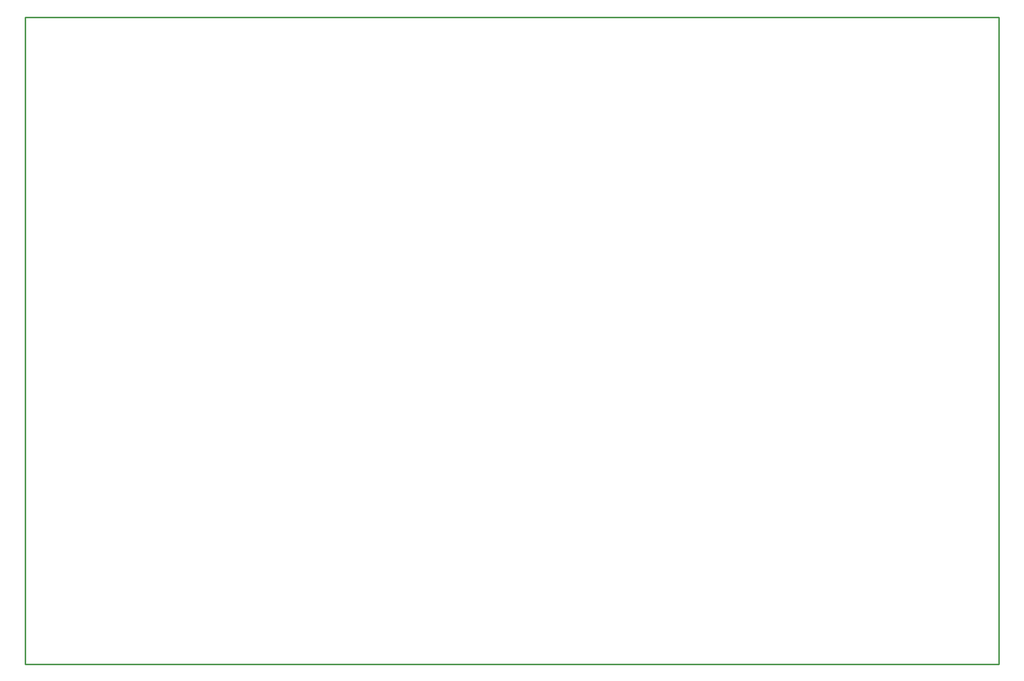
<source format=gbl>
G04 Layer: L15_Bot_Signal*
G04 FR4 - Test Points, Debug Header*
G04 Created by LightRail AI Gerber Gen*
G04 Date: 2026-02-17 09:19:17*
%FSLAX36Y36*%
%MOIN*%
%LPD*%
%ADD10C,0.0100*% 
%ADD11C,0.0500*% 
D10*
X0Y0D02*
X6574803Y0D01*
X6574803Y4370078D01*
X0Y4370078D01*
X0Y0D01*
M02*

</source>
